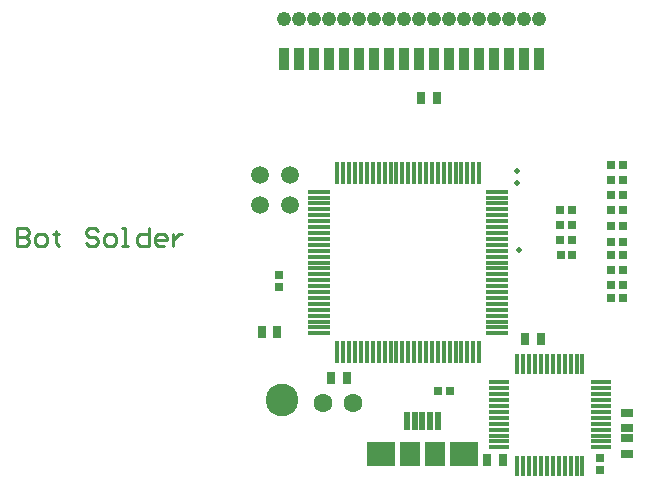
<source format=gbs>
G04*
G04 #@! TF.GenerationSoftware,Altium Limited,Altium Designer,20.2.6 (244)*
G04*
G04 Layer_Color=16711935*
%FSLAX24Y24*%
%MOIN*%
G70*
G04*
G04 #@! TF.SameCoordinates,49DCD013-E9FA-4731-AA8E-B93FF918964A*
G04*
G04*
G04 #@! TF.FilePolarity,Negative*
G04*
G01*
G75*
%ADD15C,0.0100*%
%ADD22C,0.0200*%
%ADD41R,0.0296X0.0257*%
%ADD42R,0.0296X0.0394*%
%ADD50R,0.0394X0.0296*%
%ADD53R,0.0257X0.0296*%
%ADD54C,0.0480*%
%ADD55C,0.0590*%
%ADD56C,0.0631*%
%ADD57C,0.1090*%
G04:AMPARAMS|DCode=75|XSize=15.8mil|YSize=69mil|CornerRadius=3.9mil|HoleSize=0mil|Usage=FLASHONLY|Rotation=270.000|XOffset=0mil|YOffset=0mil|HoleType=Round|Shape=RoundedRectangle|*
%AMROUNDEDRECTD75*
21,1,0.0158,0.0611,0,0,270.0*
21,1,0.0079,0.0690,0,0,270.0*
1,1,0.0079,-0.0305,-0.0040*
1,1,0.0079,-0.0305,0.0040*
1,1,0.0079,0.0305,0.0040*
1,1,0.0079,0.0305,-0.0040*
%
%ADD75ROUNDEDRECTD75*%
G04:AMPARAMS|DCode=76|XSize=15.8mil|YSize=69mil|CornerRadius=3.9mil|HoleSize=0mil|Usage=FLASHONLY|Rotation=180.000|XOffset=0mil|YOffset=0mil|HoleType=Round|Shape=RoundedRectangle|*
%AMROUNDEDRECTD76*
21,1,0.0158,0.0611,0,0,180.0*
21,1,0.0079,0.0690,0,0,180.0*
1,1,0.0079,-0.0040,0.0305*
1,1,0.0079,0.0040,0.0305*
1,1,0.0079,0.0040,-0.0305*
1,1,0.0079,-0.0040,-0.0305*
%
%ADD76ROUNDEDRECTD76*%
%ADD77R,0.0340X0.0740*%
%ADD78O,0.0749X0.0158*%
%ADD79O,0.0158X0.0749*%
%ADD80R,0.0650X0.0788*%
%ADD81R,0.0946X0.0788*%
%ADD82R,0.0197X0.0591*%
D15*
X-7650Y-8456D02*
Y-9056D01*
X-7350D01*
X-7251Y-8956D01*
Y-8856D01*
X-7350Y-8756D01*
X-7650D01*
X-7350D01*
X-7251Y-8656D01*
Y-8556D01*
X-7350Y-8456D01*
X-7650D01*
X-6951Y-9056D02*
X-6751D01*
X-6651Y-8956D01*
Y-8756D01*
X-6751Y-8656D01*
X-6951D01*
X-7051Y-8756D01*
Y-8956D01*
X-6951Y-9056D01*
X-6351Y-8556D02*
Y-8656D01*
X-6451D01*
X-6251D01*
X-6351D01*
Y-8956D01*
X-6251Y-9056D01*
X-4951Y-8556D02*
X-5051Y-8456D01*
X-5251D01*
X-5351Y-8556D01*
Y-8656D01*
X-5251Y-8756D01*
X-5051D01*
X-4951Y-8856D01*
Y-8956D01*
X-5051Y-9056D01*
X-5251D01*
X-5351Y-8956D01*
X-4651Y-9056D02*
X-4451D01*
X-4351Y-8956D01*
Y-8756D01*
X-4451Y-8656D01*
X-4651D01*
X-4751Y-8756D01*
Y-8956D01*
X-4651Y-9056D01*
X-4152D02*
X-3952D01*
X-4052D01*
Y-8456D01*
X-4152D01*
X-3252D02*
Y-9056D01*
X-3552D01*
X-3652Y-8956D01*
Y-8756D01*
X-3552Y-8656D01*
X-3252D01*
X-2752Y-9056D02*
X-2952D01*
X-3052Y-8956D01*
Y-8756D01*
X-2952Y-8656D01*
X-2752D01*
X-2652Y-8756D01*
Y-8856D01*
X-3052D01*
X-2452Y-8656D02*
Y-9056D01*
Y-8856D01*
X-2352Y-8756D01*
X-2252Y-8656D01*
X-2152D01*
D22*
X9100Y-9200D02*
D03*
X9029Y-6940D02*
D03*
Y-6550D02*
D03*
D41*
X1102Y-10039D02*
D03*
Y-10433D02*
D03*
X11770Y-16123D02*
D03*
Y-16517D02*
D03*
D42*
X9291Y-12165D02*
D03*
X9803D02*
D03*
X3342Y-13460D02*
D03*
X2830D02*
D03*
X512Y-11929D02*
D03*
X1024D02*
D03*
X8543Y-16181D02*
D03*
X8031D02*
D03*
X5827Y-4134D02*
D03*
X6339D02*
D03*
D50*
X12677Y-15472D02*
D03*
Y-15984D02*
D03*
Y-14606D02*
D03*
Y-15118D02*
D03*
D53*
X12547Y-6350D02*
D03*
X12153D02*
D03*
X10857Y-8347D02*
D03*
X10463D02*
D03*
X12547Y-7850D02*
D03*
X12153D02*
D03*
X6378Y-13898D02*
D03*
X6772D02*
D03*
X12547Y-6850D02*
D03*
X12153D02*
D03*
X12153Y-7350D02*
D03*
X12547D02*
D03*
X12547Y-9850D02*
D03*
X12153D02*
D03*
X12537Y-10347D02*
D03*
X12143D02*
D03*
X12547Y-8399D02*
D03*
X12153D02*
D03*
X12547Y-8915D02*
D03*
X12153D02*
D03*
X12547Y-9360D02*
D03*
X12153D02*
D03*
X10857Y-8843D02*
D03*
X10463D02*
D03*
X12153Y-10804D02*
D03*
X12547D02*
D03*
X10867Y-9340D02*
D03*
X10473D02*
D03*
X10857Y-7850D02*
D03*
X10463D02*
D03*
D54*
X7738Y-1493D02*
D03*
X1238D02*
D03*
X1738D02*
D03*
X2238D02*
D03*
X2738D02*
D03*
X3238D02*
D03*
X3738D02*
D03*
X4238D02*
D03*
X4738D02*
D03*
X5238D02*
D03*
X5738D02*
D03*
X6238D02*
D03*
X6738D02*
D03*
X7238D02*
D03*
X9238D02*
D03*
X8738D02*
D03*
X8238D02*
D03*
X9738D02*
D03*
D55*
X1457Y-7677D02*
D03*
X457D02*
D03*
X1457Y-6677D02*
D03*
X457D02*
D03*
D56*
X3543Y-14291D02*
D03*
X2543D02*
D03*
D57*
X1181Y-14173D02*
D03*
D75*
X8415Y-13602D02*
D03*
Y-13799D02*
D03*
Y-13996D02*
D03*
Y-14193D02*
D03*
Y-14390D02*
D03*
Y-14587D02*
D03*
Y-14783D02*
D03*
Y-14980D02*
D03*
Y-15177D02*
D03*
Y-15374D02*
D03*
Y-15571D02*
D03*
Y-15768D02*
D03*
X11821D02*
D03*
Y-15571D02*
D03*
Y-15374D02*
D03*
Y-15177D02*
D03*
Y-14980D02*
D03*
Y-14783D02*
D03*
Y-14587D02*
D03*
Y-14390D02*
D03*
Y-14193D02*
D03*
Y-13996D02*
D03*
Y-13799D02*
D03*
Y-13602D02*
D03*
D76*
X9035Y-16388D02*
D03*
X9232D02*
D03*
X9429D02*
D03*
X9626D02*
D03*
X9823D02*
D03*
X10020D02*
D03*
X10217D02*
D03*
X10413D02*
D03*
X10610D02*
D03*
X10807D02*
D03*
X11004D02*
D03*
X11201D02*
D03*
Y-12982D02*
D03*
X11004D02*
D03*
X10807D02*
D03*
X10610D02*
D03*
X10413D02*
D03*
X10217D02*
D03*
X10020D02*
D03*
X9823D02*
D03*
X9626D02*
D03*
X9429D02*
D03*
X9232D02*
D03*
X9035D02*
D03*
D77*
X1238Y-2824D02*
D03*
X1738D02*
D03*
X2238D02*
D03*
X2738D02*
D03*
X3238D02*
D03*
X3738D02*
D03*
X4238D02*
D03*
X4738D02*
D03*
X5238D02*
D03*
X5738D02*
D03*
X6238D02*
D03*
X6738D02*
D03*
X7238D02*
D03*
X7738D02*
D03*
X9738D02*
D03*
X9238D02*
D03*
X8738D02*
D03*
X8238D02*
D03*
D78*
X2421Y-7244D02*
D03*
Y-7441D02*
D03*
Y-7638D02*
D03*
Y-7835D02*
D03*
Y-8031D02*
D03*
Y-8228D02*
D03*
Y-8425D02*
D03*
Y-8622D02*
D03*
Y-8819D02*
D03*
Y-9016D02*
D03*
Y-9213D02*
D03*
Y-9409D02*
D03*
Y-9606D02*
D03*
Y-9803D02*
D03*
Y-10000D02*
D03*
Y-10197D02*
D03*
Y-10394D02*
D03*
Y-10591D02*
D03*
Y-10787D02*
D03*
Y-10984D02*
D03*
Y-11181D02*
D03*
Y-11378D02*
D03*
Y-11575D02*
D03*
Y-11772D02*
D03*
Y-11968D02*
D03*
X8366D02*
D03*
Y-11772D02*
D03*
Y-11575D02*
D03*
Y-11378D02*
D03*
Y-11181D02*
D03*
Y-10197D02*
D03*
Y-10000D02*
D03*
Y-9803D02*
D03*
Y-9606D02*
D03*
Y-9409D02*
D03*
Y-9213D02*
D03*
Y-9016D02*
D03*
Y-8819D02*
D03*
Y-8622D02*
D03*
Y-8425D02*
D03*
Y-8228D02*
D03*
Y-8031D02*
D03*
Y-7835D02*
D03*
Y-7638D02*
D03*
Y-7441D02*
D03*
Y-7244D02*
D03*
Y-10394D02*
D03*
Y-10787D02*
D03*
Y-10984D02*
D03*
Y-10591D02*
D03*
D79*
X3031Y-12579D02*
D03*
X3228D02*
D03*
X3425D02*
D03*
X3622D02*
D03*
X3819D02*
D03*
X4016D02*
D03*
X4213D02*
D03*
X4409D02*
D03*
X4606D02*
D03*
X4803D02*
D03*
X5000D02*
D03*
X5197D02*
D03*
X5394D02*
D03*
X5591D02*
D03*
X5787D02*
D03*
X5984D02*
D03*
X6181D02*
D03*
X6378D02*
D03*
X6575D02*
D03*
X6772D02*
D03*
X6969D02*
D03*
X7165D02*
D03*
X7362D02*
D03*
X7559D02*
D03*
X7756D02*
D03*
Y-6634D02*
D03*
X7559D02*
D03*
X7362D02*
D03*
X7165D02*
D03*
X6969D02*
D03*
X6772D02*
D03*
X6575D02*
D03*
X6378D02*
D03*
X6181D02*
D03*
X5984D02*
D03*
X5787D02*
D03*
X5591D02*
D03*
X5394D02*
D03*
X5197D02*
D03*
X5000D02*
D03*
X4803D02*
D03*
X4606D02*
D03*
X4409D02*
D03*
X4213D02*
D03*
X4016D02*
D03*
X3819D02*
D03*
X3622D02*
D03*
X3425D02*
D03*
X3228D02*
D03*
X3031D02*
D03*
D80*
X5463Y-16004D02*
D03*
X6270D02*
D03*
D81*
X4488D02*
D03*
X7244D02*
D03*
D82*
X5354Y-14882D02*
D03*
X5610D02*
D03*
X5866D02*
D03*
X6122D02*
D03*
X6378D02*
D03*
M02*

</source>
